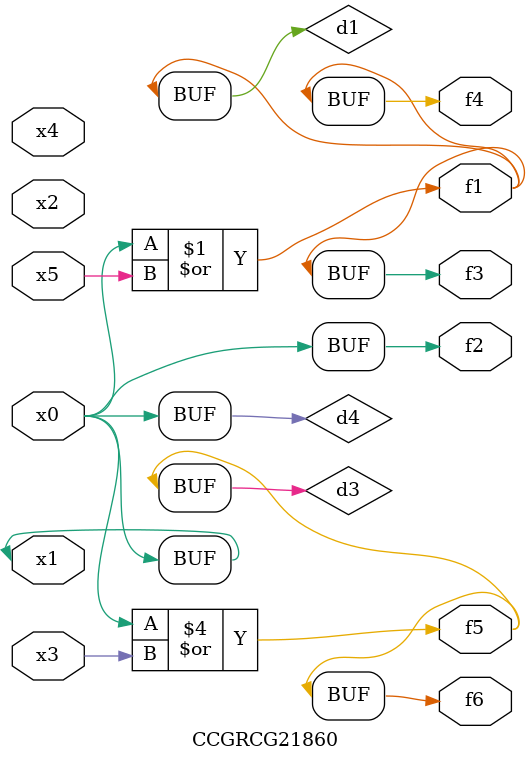
<source format=v>
module CCGRCG21860(
	input x0, x1, x2, x3, x4, x5,
	output f1, f2, f3, f4, f5, f6
);

	wire d1, d2, d3, d4;

	or (d1, x0, x5);
	xnor (d2, x1, x4);
	or (d3, x0, x3);
	buf (d4, x0, x1);
	assign f1 = d1;
	assign f2 = d4;
	assign f3 = d1;
	assign f4 = d1;
	assign f5 = d3;
	assign f6 = d3;
endmodule

</source>
